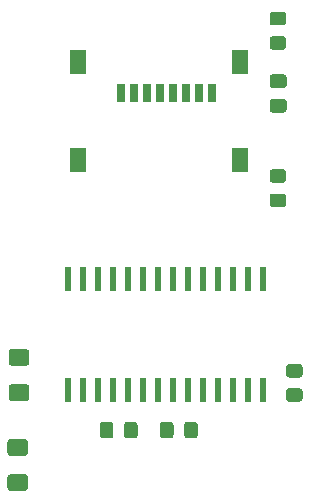
<source format=gtp>
G04 #@! TF.GenerationSoftware,KiCad,Pcbnew,5.1.10*
G04 #@! TF.CreationDate,2022-01-04T22:36:10-05:00*
G04 #@! TF.ProjectId,logger,6c6f6767-6572-42e6-9b69-6361645f7063,rev?*
G04 #@! TF.SameCoordinates,Original*
G04 #@! TF.FileFunction,Paste,Top*
G04 #@! TF.FilePolarity,Positive*
%FSLAX46Y46*%
G04 Gerber Fmt 4.6, Leading zero omitted, Abs format (unit mm)*
G04 Created by KiCad (PCBNEW 5.1.10) date 2022-01-04 22:36:10*
%MOMM*%
%LPD*%
G01*
G04 APERTURE LIST*
%ADD10R,0.600000X2.000000*%
%ADD11R,0.800000X1.500000*%
%ADD12R,1.450000X2.000000*%
G04 APERTURE END LIST*
G36*
G01*
X150741400Y-70894700D02*
X149791400Y-70894700D01*
G75*
G02*
X149541400Y-70644700I0J250000D01*
G01*
X149541400Y-69969700D01*
G75*
G02*
X149791400Y-69719700I250000J0D01*
G01*
X150741400Y-69719700D01*
G75*
G02*
X150991400Y-69969700I0J-250000D01*
G01*
X150991400Y-70644700D01*
G75*
G02*
X150741400Y-70894700I-250000J0D01*
G01*
G37*
G36*
G01*
X150741400Y-72969700D02*
X149791400Y-72969700D01*
G75*
G02*
X149541400Y-72719700I0J250000D01*
G01*
X149541400Y-72044700D01*
G75*
G02*
X149791400Y-71794700I250000J0D01*
G01*
X150741400Y-71794700D01*
G75*
G02*
X150991400Y-72044700I0J-250000D01*
G01*
X150991400Y-72719700D01*
G75*
G02*
X150741400Y-72969700I-250000J0D01*
G01*
G37*
G36*
G01*
X149790999Y-66490000D02*
X150691001Y-66490000D01*
G75*
G02*
X150941000Y-66739999I0J-249999D01*
G01*
X150941000Y-67390001D01*
G75*
G02*
X150691001Y-67640000I-249999J0D01*
G01*
X149790999Y-67640000D01*
G75*
G02*
X149541000Y-67390001I0J249999D01*
G01*
X149541000Y-66739999D01*
G75*
G02*
X149790999Y-66490000I249999J0D01*
G01*
G37*
G36*
G01*
X149790999Y-64440000D02*
X150691001Y-64440000D01*
G75*
G02*
X150941000Y-64689999I0J-249999D01*
G01*
X150941000Y-65340001D01*
G75*
G02*
X150691001Y-65590000I-249999J0D01*
G01*
X149790999Y-65590000D01*
G75*
G02*
X149541000Y-65340001I0J249999D01*
G01*
X149541000Y-64689999D01*
G75*
G02*
X149790999Y-64440000I249999J0D01*
G01*
G37*
G36*
G01*
X152088001Y-97450600D02*
X151187999Y-97450600D01*
G75*
G02*
X150938000Y-97200601I0J249999D01*
G01*
X150938000Y-96550599D01*
G75*
G02*
X151187999Y-96300600I249999J0D01*
G01*
X152088001Y-96300600D01*
G75*
G02*
X152338000Y-96550599I0J-249999D01*
G01*
X152338000Y-97200601D01*
G75*
G02*
X152088001Y-97450600I-249999J0D01*
G01*
G37*
G36*
G01*
X152088001Y-95400600D02*
X151187999Y-95400600D01*
G75*
G02*
X150938000Y-95150601I0J249999D01*
G01*
X150938000Y-94500599D01*
G75*
G02*
X151187999Y-94250600I249999J0D01*
G01*
X152088001Y-94250600D01*
G75*
G02*
X152338000Y-94500599I0J-249999D01*
G01*
X152338000Y-95150601D01*
G75*
G02*
X152088001Y-95400600I-249999J0D01*
G01*
G37*
G36*
G01*
X150691001Y-80966000D02*
X149790999Y-80966000D01*
G75*
G02*
X149541000Y-80716001I0J249999D01*
G01*
X149541000Y-80065999D01*
G75*
G02*
X149790999Y-79816000I249999J0D01*
G01*
X150691001Y-79816000D01*
G75*
G02*
X150941000Y-80065999I0J-249999D01*
G01*
X150941000Y-80716001D01*
G75*
G02*
X150691001Y-80966000I-249999J0D01*
G01*
G37*
G36*
G01*
X150691001Y-78916000D02*
X149790999Y-78916000D01*
G75*
G02*
X149541000Y-78666001I0J249999D01*
G01*
X149541000Y-78015999D01*
G75*
G02*
X149790999Y-77766000I249999J0D01*
G01*
X150691001Y-77766000D01*
G75*
G02*
X150941000Y-78015999I0J-249999D01*
G01*
X150941000Y-78666001D01*
G75*
G02*
X150691001Y-78916000I-249999J0D01*
G01*
G37*
G36*
G01*
X138370000Y-99397399D02*
X138370000Y-100297401D01*
G75*
G02*
X138120001Y-100547400I-249999J0D01*
G01*
X137469999Y-100547400D01*
G75*
G02*
X137220000Y-100297401I0J249999D01*
G01*
X137220000Y-99397399D01*
G75*
G02*
X137469999Y-99147400I249999J0D01*
G01*
X138120001Y-99147400D01*
G75*
G02*
X138370000Y-99397399I0J-249999D01*
G01*
G37*
G36*
G01*
X136320000Y-99397399D02*
X136320000Y-100297401D01*
G75*
G02*
X136070001Y-100547400I-249999J0D01*
G01*
X135419999Y-100547400D01*
G75*
G02*
X135170000Y-100297401I0J249999D01*
G01*
X135170000Y-99397399D01*
G75*
G02*
X135419999Y-99147400I249999J0D01*
G01*
X136070001Y-99147400D01*
G75*
G02*
X136320000Y-99397399I0J-249999D01*
G01*
G37*
G36*
G01*
X141409000Y-99397399D02*
X141409000Y-100297401D01*
G75*
G02*
X141159001Y-100547400I-249999J0D01*
G01*
X140508999Y-100547400D01*
G75*
G02*
X140259000Y-100297401I0J249999D01*
G01*
X140259000Y-99397399D01*
G75*
G02*
X140508999Y-99147400I249999J0D01*
G01*
X141159001Y-99147400D01*
G75*
G02*
X141409000Y-99397399I0J-249999D01*
G01*
G37*
G36*
G01*
X143459000Y-99397399D02*
X143459000Y-100297401D01*
G75*
G02*
X143209001Y-100547400I-249999J0D01*
G01*
X142558999Y-100547400D01*
G75*
G02*
X142309000Y-100297401I0J249999D01*
G01*
X142309000Y-99397399D01*
G75*
G02*
X142558999Y-99147400I249999J0D01*
G01*
X143209001Y-99147400D01*
G75*
G02*
X143459000Y-99397399I0J-249999D01*
G01*
G37*
G36*
G01*
X127594200Y-103579900D02*
X128844200Y-103579900D01*
G75*
G02*
X129094200Y-103829900I0J-250000D01*
G01*
X129094200Y-104754900D01*
G75*
G02*
X128844200Y-105004900I-250000J0D01*
G01*
X127594200Y-105004900D01*
G75*
G02*
X127344200Y-104754900I0J250000D01*
G01*
X127344200Y-103829900D01*
G75*
G02*
X127594200Y-103579900I250000J0D01*
G01*
G37*
G36*
G01*
X127594200Y-100604900D02*
X128844200Y-100604900D01*
G75*
G02*
X129094200Y-100854900I0J-250000D01*
G01*
X129094200Y-101779900D01*
G75*
G02*
X128844200Y-102029900I-250000J0D01*
G01*
X127594200Y-102029900D01*
G75*
G02*
X127344200Y-101779900I0J250000D01*
G01*
X127344200Y-100854900D01*
G75*
G02*
X127594200Y-100604900I250000J0D01*
G01*
G37*
G36*
G01*
X127695800Y-92984900D02*
X128945800Y-92984900D01*
G75*
G02*
X129195800Y-93234900I0J-250000D01*
G01*
X129195800Y-94159900D01*
G75*
G02*
X128945800Y-94409900I-250000J0D01*
G01*
X127695800Y-94409900D01*
G75*
G02*
X127445800Y-94159900I0J250000D01*
G01*
X127445800Y-93234900D01*
G75*
G02*
X127695800Y-92984900I250000J0D01*
G01*
G37*
G36*
G01*
X127695800Y-95959900D02*
X128945800Y-95959900D01*
G75*
G02*
X129195800Y-96209900I0J-250000D01*
G01*
X129195800Y-97134900D01*
G75*
G02*
X128945800Y-97384900I-250000J0D01*
G01*
X127695800Y-97384900D01*
G75*
G02*
X127445800Y-97134900I0J250000D01*
G01*
X127445800Y-96209900D01*
G75*
G02*
X127695800Y-95959900I250000J0D01*
G01*
G37*
D10*
X132461000Y-96444800D03*
X133731000Y-96444800D03*
X135001000Y-96444800D03*
X136271000Y-96444800D03*
X137541000Y-96444800D03*
X138811000Y-96444800D03*
X140081000Y-96444800D03*
X141351000Y-96444800D03*
X142621000Y-96444800D03*
X143891000Y-96444800D03*
X145161000Y-96444800D03*
X146431000Y-96444800D03*
X147701000Y-96444800D03*
X148971000Y-96444800D03*
X148971000Y-87044800D03*
X147701000Y-87044800D03*
X146431000Y-87044800D03*
X145161000Y-87044800D03*
X143891000Y-87044800D03*
X142621000Y-87044800D03*
X141351000Y-87044800D03*
X140081000Y-87044800D03*
X138811000Y-87044800D03*
X137541000Y-87044800D03*
X136271000Y-87044800D03*
X135001000Y-87044800D03*
X133731000Y-87044800D03*
X132461000Y-87044800D03*
D11*
X136986000Y-71307000D03*
X138086000Y-71307000D03*
X139196000Y-71307000D03*
X140286000Y-71307000D03*
X141386000Y-71317000D03*
X142486000Y-71307000D03*
X143586000Y-71307000D03*
X144686000Y-71307000D03*
D12*
X147066000Y-77007000D03*
X133316000Y-77007000D03*
X133316000Y-68707000D03*
X147066000Y-68707000D03*
M02*

</source>
